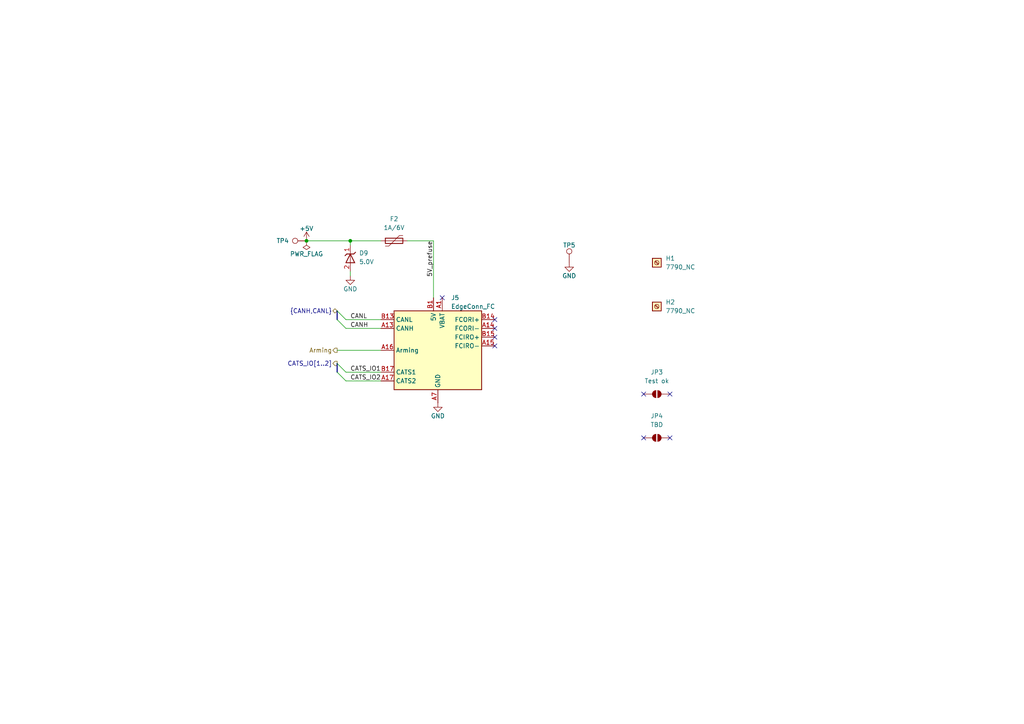
<source format=kicad_sch>
(kicad_sch (version 20250114) (generator "eeschema") (generator_version "9.0")
  (paper "A4")
  (title_block (title "NAUTILUS Bms Test Board"))
  (lib_symbols
    (symbol "Connector:TestPoint" (pin_numbers (hide yes)) (pin_names (offset 0.762) (hide yes))
      (property "Reference" "TP" (at 0 6.858 0))
      (property "Value" "TestPoint" (at 0 5.08 0))
      (symbol "TestPoint_0_1"
        (circle (center 0 3.302) (radius 0.762))
      )
      (symbol "TestPoint_1_1"
        (pin passive line (at 0 0 90) (length 2.54) (name "1") (number "1"))
      )
    )
    (symbol "Jumper:SolderJumper_2_Open" (pin_numbers (hide yes)) (pin_names (offset 0) (hide yes)) (exclude_from_sim yes) (in_bom no)
      (property "Reference" "JP" (at 0 2.032 0))
      (property "Value" "SolderJumper_2_Open" (at 0 -2.54 0))
      (symbol "SolderJumper_2_Open_0_1"
        (polyline (pts (xy -0.254 1.016) (xy -0.254 -1.016)))
        (arc (start -0.254 -1.016) (mid -1.2656 0) (end -0.254 1.016))
        (arc (start -0.254 -1.016) (mid -1.2656 0) (end -0.254 1.016) (fill (type outline)))
        (arc (start 0.254 1.016) (mid 1.2656 0) (end 0.254 -1.016))
        (arc (start 0.254 1.016) (mid 1.2656 0) (end 0.254 -1.016) (fill (type outline)))
        (polyline (pts (xy 0.254 1.016) (xy 0.254 -1.016)))
      )
      (symbol "SolderJumper_2_Open_1_1"
        (pin passive line (at -3.81 0 0) (length 2.54) (name "A") (number "1"))
        (pin passive line (at 3.81 0 180) (length 2.54) (name "B") (number "2"))
      )
    )
    (symbol "kicad-standard-lib:7790_NC" (pin_names (offset 1.016) (hide yes))
      (property "Reference" "H" (at 0 5.08 0))
      (property "Value" "7790_NC" (at 0 2.54 0))
      (symbol "7790_NC_1_1"
        (rectangle (start -1.27 1.27) (end 1.27 -1.27) (stroke (width 0.254)) (fill (type background)))
        (polyline (pts (xy -0.5334 0.3302) (xy 0.3302 -0.508)) (stroke (width 0.1524)))
        (polyline (pts (xy -0.3556 0.508) (xy 0.508 -0.3302)) (stroke (width 0.1524)))
        (circle (center 0 0) (radius 0.635) (stroke (width 0.1524)))
      )
    )
    (symbol "kicad-standard-lib:D_Power_TVS_5v" (pin_names (hide yes))
      (property "Reference" "D" (at 0 5.08 0))
      (property "Value" "5.0V" (at 0 2.54 0))
      (symbol "D_Power_TVS_5v_0_1"
        (polyline (pts (xy -1.27 1.016) (xy -1.778 1.524)) (stroke (width 0.254)))
        (polyline (pts (xy -1.27 1.016) (xy -1.27 -1.016)) (stroke (width 0.254)))
        (polyline (pts (xy -1.27 -1.016) (xy -0.762 -1.524)) (stroke (width 0.254)))
        (polyline (pts (xy 1.27 1.27) (xy 1.27 -1.27) (xy -1.27 0) (xy 1.27 1.27)) (stroke (width 0.254)))
        (polyline (pts (xy 1.27 0) (xy -1.27 0)))
      )
      (symbol "D_Power_TVS_5v_1_1"
        (pin passive line (at -3.81 0 0) (length 2.54) (name "K") (number "1"))
        (pin passive line (at 3.81 0 180) (length 2.54) (name "A") (number "2"))
      )
    )
    (symbol "kicad-standard-lib:EdgeConn_FC"
      (property "Reference" "J" (at 12.7 15.24 0))
      (property "Value" "EdgeConn_FC" (at 12.7 12.7 0))
      (symbol "EdgeConn_FC_1_1"
        (rectangle (start -12.7 11.43) (end 12.7 -11.43) (stroke (width 0.254)) (fill (type background)))
        (pin passive line (at -16.51 8.89 0) (length 3.81) (name "CANL") (number "B13"))
        (pin passive line (at -16.51 6.35 0) (length 3.81) (name "CANH") (number "A13"))
        (pin passive line (at -16.51 0 0) (length 3.81) (name "Arming") (number "A16"))
        (pin output line (at -16.51 -6.35 0) (length 3.81) (name "CATS1") (number "B17"))
        (pin output line (at -16.51 -8.89 0) (length 3.81) (name "CATS2") (number "A17"))
        (pin power_out line (at -1.27 15.24 270) (length 3.81) (name "5V") (number "B1"))
        (pin passive line (at -1.27 15.24 270) (length 3.81) (hide yes) (name "5V") (number "B2"))
        (pin passive line (at -1.27 15.24 270) (length 3.81) (hide yes) (name "5V") (number "B3"))
        (pin passive line (at -1.27 15.24 270) (length 3.81) (hide yes) (name "5V") (number "B4"))
        (pin passive line (at -1.27 15.24 270) (length 3.81) (hide yes) (name "5V") (number "B5"))
        (pin passive line (at -1.27 15.24 270) (length 3.81) (hide yes) (name "5V") (number "B6"))
        (pin passive line (at 0 -15.24 90) (length 3.81) (hide yes) (name "GND") (number "A10"))
        (pin passive line (at 0 -15.24 90) (length 3.81) (hide yes) (name "GND") (number "A11"))
        (pin passive line (at 0 -15.24 90) (length 3.81) (hide yes) (name "GND") (number "A12"))
        (pin power_out line (at 0 -15.24 90) (length 3.81) (name "GND") (number "A7"))
        (pin passive line (at 0 -15.24 90) (length 3.81) (hide yes) (name "GND") (number "A8"))
        (pin passive line (at 0 -15.24 90) (length 3.81) (hide yes) (name "GND") (number "A9"))
        (pin passive line (at 0 -15.24 90) (length 3.81) (hide yes) (name "GND") (number "B10"))
        (pin passive line (at 0 -15.24 90) (length 3.81) (hide yes) (name "GND") (number "B11"))
        (pin passive line (at 0 -15.24 90) (length 3.81) (hide yes) (name "GND") (number "B12"))
        (pin passive line (at 0 -15.24 90) (length 3.81) (hide yes) (name "GND") (number "B7"))
        (pin passive line (at 0 -15.24 90) (length 3.81) (hide yes) (name "GND") (number "B8"))
        (pin passive line (at 0 -15.24 90) (length 3.81) (hide yes) (name "GND") (number "B9"))
        (pin power_out line (at 1.27 15.24 270) (length 3.81) (name "VBAT") (number "A1"))
        (pin passive line (at 1.27 15.24 270) (length 3.81) (hide yes) (name "VBAT") (number "A2"))
        (pin passive line (at 1.27 15.24 270) (length 3.81) (hide yes) (name "VBAT") (number "A3"))
        (pin passive line (at 1.27 15.24 270) (length 3.81) (hide yes) (name "VBAT") (number "A4"))
        (pin passive line (at 1.27 15.24 270) (length 3.81) (hide yes) (name "VBAT") (number "A5"))
        (pin passive line (at 1.27 15.24 270) (length 3.81) (hide yes) (name "VBAT") (number "A6"))
        (pin no_connect line (at 12.7 -3.81 180) (length 3.81) (hide yes) (name "") (number "B16"))
        (pin no_connect line (at 12.7 -6.35 180) (length 3.81) (hide yes) (name "PWM3") (number "B18"))
        (pin no_connect line (at 12.7 -8.89 180) (length 3.81) (hide yes) (name "PWM4") (number "A18"))
        (pin passive line (at 16.51 8.89 180) (length 3.81) (name "FCORI+") (number "B14"))
        (pin passive line (at 16.51 6.35 180) (length 3.81) (name "FCORI-") (number "A14"))
        (pin passive line (at 16.51 3.81 180) (length 3.81) (name "FCIRO+") (number "B15"))
        (pin passive line (at 16.51 1.27 180) (length 3.81) (name "FCIRO-") (number "A15"))
      )
    )
    (symbol "kicad-standard-lib:F_1A_6V" (pin_numbers (hide yes)) (pin_names (offset 0))
      (property "Reference" "F" (at -2.54 0 90))
      (property "Value" "1A/6V" (at 2.54 0 90))
      (symbol "F_1A_6V_0_1"
        (polyline (pts (xy -1.524 2.54) (xy -1.524 1.524) (xy 1.524 -1.524) (xy 1.524 -2.54)))
        (rectangle (start -0.762 2.54) (end 0.762 -2.54) (stroke (width 0.254)))
        (polyline (pts (xy 0 2.54) (xy 0 -2.54)))
      )
      (symbol "F_1A_6V_1_1"
        (pin passive line (at 0 3.81 270) (length 1.27) (name "~") (number "1"))
        (pin passive line (at 0 -3.81 90) (length 1.27) (name "~") (number "2"))
      )
    )
    (symbol "power:+5V" (power) (pin_numbers (hide yes)) (pin_names (offset 0) (hide yes))
      (property "Value" "+5V" (at 0 3.556 0))
      (symbol "+5V_0_1"
        (polyline (pts (xy -0.762 1.27) (xy 0 2.54)))
        (polyline (pts (xy 0 2.54) (xy 0.762 1.27)))
        (polyline (pts (xy 0 0) (xy 0 2.54)))
      )
      (symbol "+5V_1_1"
        (pin power_in line (at 0 0 90) (length 0) (name "~") (number "1"))
      )
    )
    (symbol "power:GND" (power) (pin_numbers (hide yes)) (pin_names (offset 0) (hide yes))
      (property "Value" "GND" (at 0 -3.81 0))
      (symbol "GND_0_1"
        (polyline (pts (xy 0 0) (xy 0 -1.27) (xy 1.27 -1.27) (xy 0 -2.54) (xy -1.27 -1.27) (xy 0 -1.27)))
      )
      (symbol "GND_1_1"
        (pin power_in line (at 0 0 270) (length 0) (name "~") (number "1"))
      )
    )
    (symbol "power:PWR_FLAG" (power) (pin_numbers (hide yes)) (pin_names (offset 0) (hide yes))
      (property "Value" "PWR_FLAG" (at 0 3.81 0))
      (symbol "PWR_FLAG_0_0"
        (pin power_out line (at 0 0 90) (length 0) (name "~") (number "1"))
      )
      (symbol "PWR_FLAG_0_1"
        (polyline (pts (xy 0 0) (xy 0 1.27) (xy -1.016 1.905) (xy 0 2.54) (xy 1.016 1.905) (xy 0 1.27)))
      )
    )
  )
  (junction (at 101.6 69.85))
  (junction (at 88.9 69.85))
  (no_connect (at 128.27 86.36))
  (no_connect (at 143.51 92.71))
  (no_connect (at 194.31 127))
  (no_connect (at 143.51 97.79))
  (no_connect (at 143.51 95.25))
  (no_connect (at 186.69 127))
  (no_connect (at 143.51 100.33))
  (no_connect (at 194.31 114.3))
  (no_connect (at 186.69 114.3))
  (bus_entry (at 97.79 105.41) (size 2.54 2.54))
  (bus_entry (at 97.79 90.17) (size 2.54 2.54))
  (bus_entry (at 97.79 107.95) (size 2.54 2.54))
  (bus_entry (at 97.79 92.71) (size 2.54 2.54))
  (bus (pts (xy 97.79 105.41) (xy 97.79 107.95)))
  (wire (pts (xy 100.33 95.25) (xy 110.49 95.25)))
  (wire (pts (xy 88.9 69.85) (xy 101.6 69.85)))
  (wire (pts (xy 100.33 92.71) (xy 110.49 92.71)))
  (wire (pts (xy 100.33 110.49) (xy 110.49 110.49)))
  (wire (pts (xy 118.11 69.85) (xy 125.73 69.85)))
  (bus (pts (xy 97.79 90.17) (xy 97.79 92.71)))
  (wire (pts (xy 101.6 78.74) (xy 101.6 80.01)))
  (wire (pts (xy 97.79 101.6) (xy 110.49 101.6)))
  (wire (pts (xy 101.6 69.85) (xy 110.49 69.85)))
  (wire (pts (xy 125.73 69.85) (xy 125.73 86.36)))
  (wire (pts (xy 101.6 69.85) (xy 101.6 71.12)))
  (wire (pts (xy 100.33 107.95) (xy 110.49 107.95)))
  (label "CANL" (at 101.6 92.71 0))
  (label "CATS_IO1" (at 101.6 107.95 0))
  (label "CATS_IO2" (at 101.6 110.49 0))
  (label "5V_prefuse" (at 125.73 69.85 270))
  (label "CANH" (at 101.6 95.25 0))
  (hierarchical_label "CATS_IO[1..2]" (shape output) (at 97.79 105.41 180))
  (hierarchical_label "{CANH,CANL}" (shape bidirectional) (at 97.79 90.17 180))
  (hierarchical_label "Arming" (shape output) (at 97.79 101.6 180))
  (symbol (lib_id "power:+5V") (at 88.9 69.85 0) (unit 1)
    (property "Reference" "#PWR055" (effects (hide yes)))
    (property "Value" "+5V" (at 88.9 66.294 0))
    (property "Description" "Power symbol creates a global label with name \"+5V\"" (effects (hide yes)))
  )
  (symbol (lib_id "power:GND") (at 165.1 76.2 0) (unit 1)
    (property "Reference" "#PWR058" (effects (hide yes)))
    (property "Value" "GND" (at 165.1 80.01 0))
    (property "Description" "Power symbol creates a global label with name \"GND\" , ground" (effects (hide yes)))
  )
  (symbol (lib_id "power:PWR_FLAG") (at 88.9 69.85 180) (unit 1)
    (property "Reference" "#FLG03" (effects (hide yes)))
    (property "Value" "PWR_FLAG" (at 88.9 73.66 0))
    (property "Description" "Special symbol for telling ERC where power comes from" (effects (hide yes)))
  )
  (symbol (lib_id "kicad-standard-lib:F_1A_6V") (at 114.3 69.85 90) (unit 1)
    (property "Reference" "F2" (at 114.3 63.5 90))
    (property "Value" "1A/6V" (at 114.3 66.04 90))
    (property "Footprint" "Fuse:Fuse_1206_3216Metric" (effects (hide yes)))
    (property "Datasheet" "https://www.littelfuse.com/media?resourcetype=datasheets&itemid=2f577573-06ff-4a40-bed7-97598401ae57&filename=littelfuse-ptc-nanosmdc-datasheet" (effects (hide yes)))
    (property "Description" "Polyfuse, 1.1A/2.2A 6V" (effects (hide yes)))
    (property "Part No." "NANOSMDC110F-2" (effects (hide yes)))
  )
  (symbol (lib_id "power:GND") (at 127 116.84 0) (unit 1)
    (property "Reference" "#PWR057" (effects (hide yes)))
    (property "Value" "GND" (at 127 120.65 0))
    (property "Description" "Power symbol creates a global label with name \"GND\" , ground" (effects (hide yes)))
  )
  (symbol (lib_id "kicad-standard-lib:EdgeConn_FC") (at 127 101.6 0) (unit 1)
    (property "Reference" "J5" (at 130.81 86.36 0) (effects (justify left)))
    (property "Value" "EdgeConn_FC" (at 130.81 88.9 0) (effects (justify left)))
    (property "Footprint" "Connector_PCBEdge:BUS_PCIexpress_x1" (effects (hide yes)))
    (property "Datasheet" "https://arisswitzerland.sharepoint.com/:x:/r/03_Projects/2025_HERMES_Biliquid_Rocket/11_Avionics/03_Conceptual_design/Backplane,%20harness.xlsx?d=w963065f39a1a486581cb3392cab06c4a&csf=1&web=1&e=qdYspL" (effects (hide yes)))
    (property "Part No." "N/A" (effects (hide yes)))
  )
  (symbol (lib_id "kicad-standard-lib:7790_NC") (at 190.5 76.2 0) (unit 1)
    (property "Reference" "H1" (at 193.04 74.9299 0) (effects (justify left)))
    (property "Value" "7790_NC" (at 193.04 77.4699 0) (effects (justify left)))
    (property "Footprint" "kicad-standard-lib:Mounting_Keystone_7790_NC" (effects (hide yes)))
    (property "Datasheet" "https://www.keyelco.com/product-pdf.cfm?p=1108" (effects (hide yes)))
    (property "Description" "M3 Terminal" (effects (hide yes)))
    (property "Part No." "7790" (effects (hide yes)))
  )
  (symbol (lib_id "kicad-standard-lib:D_Power_TVS_5v") (at 101.6 74.93 270) (unit 1)
    (property "Reference" "D9" (at 104.14 73.4059 90) (effects (justify left)))
    (property "Value" "5.0V" (at 104.14 75.9459 90) (effects (justify left)))
    (property "Footprint" "Diode_SMD:D_SMA" (effects (hide yes)))
    (property "Datasheet" "https://www.we-online.com/components/products/datasheet/824500500.pdf" (effects (hide yes)))
    (property "Description" "5.0V Unidirectional Power TVS Diode" (effects (hide yes)))
    (property "Part No." "824500500" (effects (hide yes)))
  )
  (symbol (lib_id "Jumper:SolderJumper_2_Open") (at 190.5 127 0) (unit 1) (exclude_from_sim yes) (in_bom no)
    (property "Reference" "JP4" (at 190.5 120.65 0))
    (property "Value" "TBD" (at 190.5 123.19 0))
    (property "Footprint" "Jumper:SolderJumper-2_P1.3mm_Open_RoundedPad1.0x1.5mm" (effects (hide yes)))
    (property "Description" "Solder Jumper, 2-pole, open" (effects (hide yes)))
    (property "Part No." "-" (effects (hide yes)))
  )
  (symbol (lib_id "Jumper:SolderJumper_2_Open") (at 190.5 114.3 0) (unit 1) (exclude_from_sim yes) (in_bom no)
    (property "Reference" "JP3" (at 190.5 107.95 0))
    (property "Value" "Test ok" (at 190.5 110.49 0))
    (property "Footprint" "Jumper:SolderJumper-2_P1.3mm_Open_RoundedPad1.0x1.5mm" (effects (hide yes)))
    (property "Description" "Solder Jumper, 2-pole, open" (effects (hide yes)))
    (property "Part No." "-" (effects (hide yes)))
  )
  (symbol (lib_id "power:GND") (at 101.6 80.01 0) (unit 1)
    (property "Reference" "#PWR056" (effects (hide yes)))
    (property "Value" "GND" (at 101.6 83.82 0))
    (property "Description" "Power symbol creates a global label with name \"GND\" , ground" (effects (hide yes)))
  )
  (symbol (lib_id "kicad-standard-lib:7790_NC") (at 190.5 88.9 0) (unit 1)
    (property "Reference" "H2" (at 193.04 87.6299 0) (effects (justify left)))
    (property "Value" "7790_NC" (at 193.04 90.1699 0) (effects (justify left)))
    (property "Footprint" "kicad-standard-lib:Mounting_Keystone_7790_NC" (effects (hide yes)))
    (property "Datasheet" "https://www.keyelco.com/product-pdf.cfm?p=1108" (effects (hide yes)))
    (property "Description" "M3 Terminal" (effects (hide yes)))
    (property "Part No." "7790" (effects (hide yes)))
  )
  (symbol (lib_id "Connector:TestPoint") (at 88.9 69.85 90) (unit 1)
    (property "Reference" "TP4" (at 83.82 69.85 90) (effects (justify left)))
    (property "Value" "TestPoint" (effects (hide yes)))
    (property "Footprint" "TestPoint:TestPoint_THTPad_D2.0mm_Drill1.0mm" (effects (hide yes)))
    (property "Description" "test point" (effects (hide yes)))
  )
  (symbol (lib_id "Connector:TestPoint") (at 165.1 76.2 0) (unit 1)
    (property "Reference" "TP5" (at 165.1 71.12 0))
    (property "Value" "TestPoint" (effects (hide yes)))
    (property "Footprint" "TestPoint:TestPoint_THTPad_2.0x2.0mm_Drill1.0mm" (effects (hide yes)))
    (property "Description" "test point" (effects (hide yes)))
  )
)
</source>
